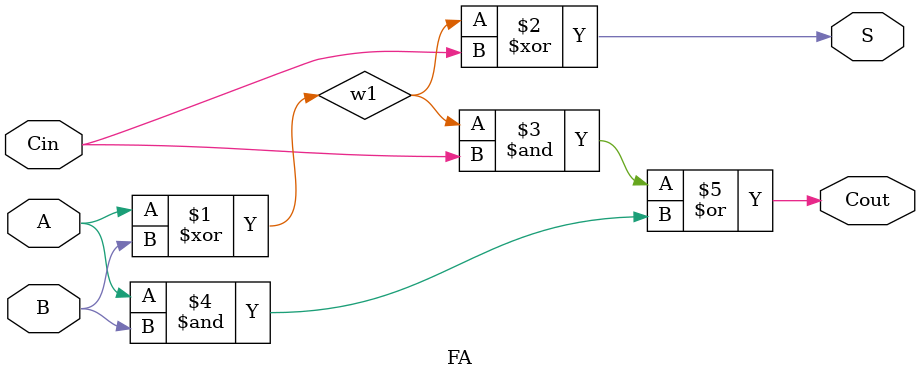
<source format=v>
module FA(	// file.cleaned.mlir:2:3
  input  A,	// file.cleaned.mlir:2:20
         B,	// file.cleaned.mlir:2:32
         Cin,	// file.cleaned.mlir:2:44
  output S,	// file.cleaned.mlir:2:59
         Cout	// file.cleaned.mlir:2:71
);

  wire w1 = A ^ B;	// file.cleaned.mlir:3:10
  assign S = w1 ^ Cin;	// file.cleaned.mlir:3:10, :6:10, :8:5
  assign Cout = w1 & Cin | A & B;	// file.cleaned.mlir:3:10, :4:10, :5:10, :7:10, :8:5
endmodule


</source>
